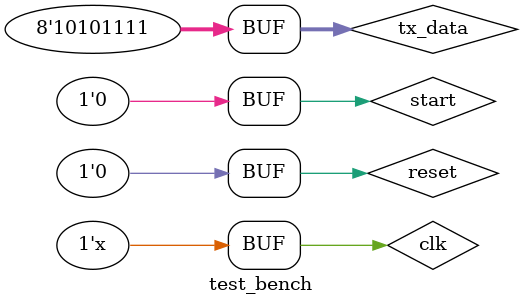
<source format=sv>
`timescale 1ns / 1ps


module test_bench ();

    reg clk;
    reg reset;
    reg start;
    reg [7:0] tx_data;

    wire txd;
    wire tx_done;

    uart dut (
        .clk(clk),
        .reset(reset),
        .start(start),
        .tx_data(tx_data),

        .txd(txd),
        .tx_done(tx_done)
    );


    always #5 clk = ~clk;

    initial begin
        clk = 1'b0;
        reset = 1'b1;
        start = 1'b0;
        tx_data = 0;
    end

    initial begin
        #20 reset = 1'b0;
        #20 tx_data = 8'haf; start = 1'b1;
        #10 start = 1'b0;
    end

endmodule

</source>
